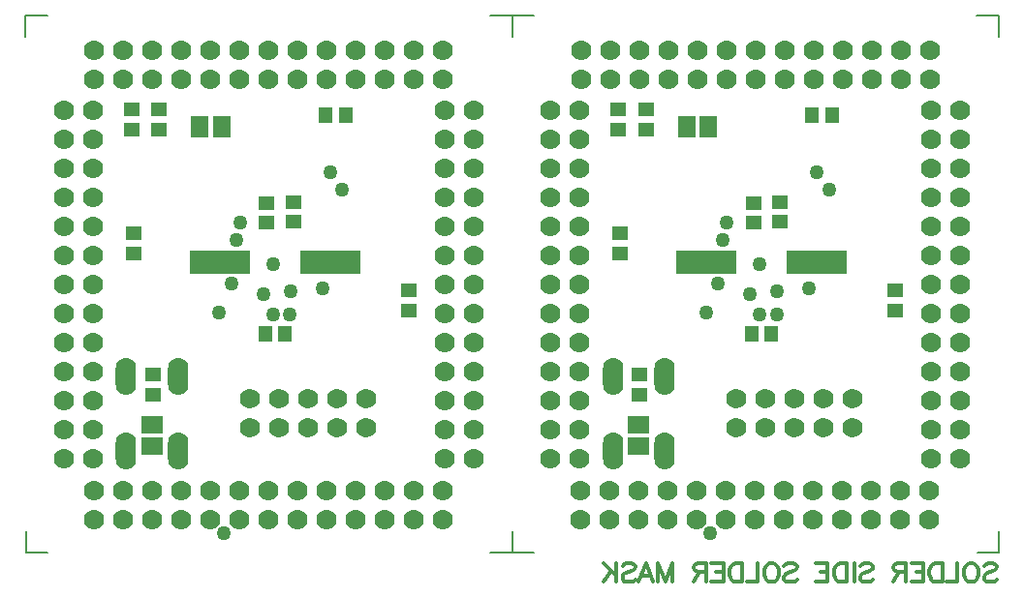
<source format=gbr>
G04 CAM350 V10.0.1 (Build 314) Date:  Fri Nov 30 16:16:42 2012 *
G04 Database: (Untitled) *
G04 Layer 4: SMASK.GBR *
%FSLAX23Y23*%
%MOIN*%
%SFA1.000B1.000*%

%MIA0B0*%
%IPPOS*%
%ADD18C,0.00800*%
%ADD19C,0.01200*%
%ADD45C,0.07000*%
%ADD46C,0.06940*%
%ADD50C,0.05000*%
%ADD52C,0.06310*%
%ADD53R,0.21000X0.08000*%
%ADD54R,0.05250X0.05130*%
%ADD55R,0.07300X0.06120*%
%ADD56R,0.05130X0.05250*%
%ADD57R,0.06120X0.07300*%
%ADD60O,0.07000X0.13000*%
%LNSMASK.GBR*%
%LPD*%
G54D53*
X1048Y1000D03*
X668D03*
G54D54*
X829Y1138D03*
Y1206D03*
X921Y1209D03*
Y1140D03*
X1318Y905D03*
Y836D03*
X459Y1459D03*
Y1527D03*
X363D03*
Y1458D03*
X370Y1100D03*
Y1032D03*
X438Y614D03*
Y545D03*
G54D55*
X435Y368D03*
Y443D03*
G54D56*
X823Y756D03*
X892D03*
X1031Y1507D03*
X1100D03*
G54D45*
X1136Y1631D03*
Y1731D03*
X1236D03*
Y1631D03*
X1336D03*
Y1731D03*
X1436D03*
Y1631D03*
X1440Y1524D03*
Y1424D03*
Y1324D03*
Y1224D03*
Y1124D03*
Y1024D03*
Y924D03*
Y824D03*
Y724D03*
Y624D03*
Y524D03*
Y424D03*
Y324D03*
X1540D03*
Y424D03*
Y524D03*
Y624D03*
Y724D03*
Y824D03*
Y924D03*
Y1024D03*
Y1124D03*
Y1224D03*
Y1324D03*
Y1424D03*
Y1524D03*
X1036Y1631D03*
Y1731D03*
X936D03*
Y1631D03*
X836D03*
X736D03*
Y1731D03*
X836D03*
X636D03*
Y1631D03*
X536D03*
Y1731D03*
X436D03*
Y1631D03*
X336D03*
Y1731D03*
X236D03*
Y1631D03*
X230Y1524D03*
Y1424D03*
Y1324D03*
X130D03*
Y1424D03*
Y1524D03*
Y1224D03*
Y1124D03*
Y1024D03*
Y924D03*
X230D03*
Y1024D03*
Y1124D03*
Y1224D03*
Y824D03*
Y724D03*
Y624D03*
Y524D03*
X130D03*
Y624D03*
Y724D03*
Y824D03*
Y424D03*
Y324D03*
X230D03*
Y424D03*
X234Y214D03*
Y114D03*
X334D03*
Y214D03*
X434D03*
Y114D03*
X534D03*
Y214D03*
X634D03*
Y114D03*
X734D03*
Y214D03*
X834D03*
Y114D03*
X934D03*
Y214D03*
X1034D03*
Y114D03*
X1134D03*
Y214D03*
X1234D03*
Y114D03*
X1334D03*
Y214D03*
X1434D03*
Y114D03*
G54D46*
X1170Y430D03*
Y530D03*
X1070D03*
Y430D03*
X970D03*
Y530D03*
X870D03*
Y430D03*
X770D03*
Y530D03*
G54D57*
X673Y1467D03*
X599D03*
G54D50*
X737Y1137D03*
X723Y1077D03*
X852Y995D03*
X818Y892D03*
X852Y823D03*
X909Y822D03*
X910Y900D03*
X1021Y913D03*
X707Y929D03*
X666Y828D03*
X1089Y1251D03*
X1047Y1313D03*
X682Y67D03*
G54D52*
X336Y1731D03*
G54D60*
X524Y352D03*
X346D03*
X524Y608D03*
X346D03*
G54D53*
X2722Y1000D03*
X2342D03*
G54D54*
X2503Y1138D03*
Y1206D03*
X2595Y1209D03*
Y1140D03*
X2992Y905D03*
Y836D03*
X2133Y1459D03*
Y1527D03*
X2037D03*
Y1458D03*
X2044Y1100D03*
Y1032D03*
X2112Y614D03*
Y545D03*
G54D55*
X2109Y368D03*
Y443D03*
G54D56*
X2497Y756D03*
X2566D03*
X2705Y1507D03*
X2774D03*
G54D45*
X2810Y1631D03*
Y1731D03*
X2910D03*
Y1631D03*
X3010D03*
Y1731D03*
X3110D03*
Y1631D03*
X3114Y1524D03*
Y1424D03*
Y1324D03*
Y1224D03*
Y1124D03*
Y1024D03*
Y924D03*
Y824D03*
Y724D03*
Y624D03*
Y524D03*
Y424D03*
Y324D03*
X3214D03*
Y424D03*
Y524D03*
Y624D03*
Y724D03*
Y824D03*
Y924D03*
Y1024D03*
Y1124D03*
Y1224D03*
Y1324D03*
Y1424D03*
Y1524D03*
X2710Y1631D03*
Y1731D03*
X2610D03*
Y1631D03*
X2510D03*
X2410D03*
Y1731D03*
X2510D03*
X2310D03*
Y1631D03*
X2210D03*
Y1731D03*
X2110D03*
Y1631D03*
X2010D03*
Y1731D03*
X1910D03*
Y1631D03*
X1904Y1524D03*
Y1424D03*
Y1324D03*
X1804D03*
Y1424D03*
Y1524D03*
Y1224D03*
Y1124D03*
Y1024D03*
Y924D03*
X1904D03*
Y1024D03*
Y1124D03*
Y1224D03*
Y824D03*
Y724D03*
Y624D03*
Y524D03*
X1804D03*
Y624D03*
Y724D03*
Y824D03*
Y424D03*
Y324D03*
X1904D03*
Y424D03*
X1908Y214D03*
Y114D03*
X2008D03*
Y214D03*
X2108D03*
Y114D03*
X2208D03*
Y214D03*
X2308D03*
Y114D03*
X2408D03*
Y214D03*
X2508D03*
Y114D03*
X2608D03*
Y214D03*
X2708D03*
Y114D03*
X2808D03*
Y214D03*
X2908D03*
Y114D03*
X3008D03*
Y214D03*
X3108D03*
Y114D03*
G54D46*
X2844Y430D03*
Y530D03*
X2744D03*
Y430D03*
X2644D03*
Y530D03*
X2544D03*
Y430D03*
X2444D03*
Y530D03*
G54D57*
X2347Y1467D03*
X2273D03*
G54D50*
X2411Y1137D03*
X2397Y1077D03*
X2526Y995D03*
X2492Y892D03*
X2526Y823D03*
X2583Y822D03*
X2584Y900D03*
X2695Y913D03*
X2381Y929D03*
X2340Y828D03*
X2763Y1251D03*
X2721Y1313D03*
X2356Y67D03*
G54D52*
X2010Y1731D03*
G54D60*
X2198Y352D03*
X2020D03*
X2198Y608D03*
X2020D03*
G54D18*
X74Y1852D02*
G01X-1D01*
Y1777*
X0Y75D02*
G01Y0D01*
X75*
X1599D02*
G01X1674D01*
Y75*
X1673Y1777D02*
G01Y1852D01*
X1598*
X1748D02*
G01X1673D01*
Y1777*
X1674Y75D02*
G01Y0D01*
X1749*
X3273D02*
G01X3348D01*
Y75*
X3347Y1777D02*
G01Y1852D01*
X3272*
G54D19*
G01X3297Y-44D02*
X3303Y-37D01*
X3313Y-34D01*
X3325D01*
X3334Y-37D01*
X3341Y-44D01*
Y-50D01*
X3338Y-56D01*
X3334Y-59D01*
X3328Y-62D01*
X3309Y-69D01*
X3303Y-72D01*
X3300Y-75D01*
X3297Y-81D01*
Y-91D01*
X3303Y-97D01*
X3313Y-100D01*
X3325D01*
X3334Y-97D01*
X3341Y-91D01*
X3259Y-34D02*
X3266Y-37D01*
X3272Y-44D01*
X3275Y-50D01*
X3278Y-59D01*
Y-75D01*
X3275Y-84D01*
X3272Y-91D01*
X3266Y-97D01*
X3259Y-100D01*
X3247D01*
X3241Y-97D01*
X3234Y-91D01*
X3231Y-84D01*
X3228Y-75D01*
Y-59D01*
X3231Y-50D01*
X3234Y-44D01*
X3241Y-37D01*
X3247Y-34D01*
X3259D01*
X3206D02*
Y-100D01*
Y-100D02*
X3169D01*
X3153Y-34D02*
Y-100D01*
Y-34D02*
X3131D01*
X3122Y-37D01*
X3116Y-44D01*
X3113Y-50D01*
X3109Y-59D01*
Y-75D01*
X3113Y-84D01*
X3116Y-91D01*
X3122Y-97D01*
X3131Y-100D01*
X3153D01*
X3088Y-34D02*
Y-100D01*
Y-34D02*
X3047D01*
X3088Y-66D02*
X3063D01*
X3088Y-100D02*
X3047D01*
X3028Y-34D02*
Y-100D01*
Y-34D02*
X3000D01*
X2991Y-37D01*
X2988Y-41D01*
X2984Y-47D01*
Y-53D01*
X2988Y-59D01*
X2991Y-62D01*
X3000Y-66D01*
X3028D01*
X3006D02*
X2984Y-100D01*
X2872Y-44D02*
X2878Y-37D01*
X2888Y-34D01*
X2900D01*
X2909Y-37D01*
X2916Y-44D01*
Y-50D01*
X2913Y-56D01*
X2909Y-59D01*
X2903Y-62D01*
X2884Y-69D01*
X2878Y-72D01*
X2875Y-75D01*
X2872Y-81D01*
Y-91D01*
X2878Y-97D01*
X2888Y-100D01*
X2900D01*
X2909Y-97D01*
X2916Y-91D01*
X2850Y-34D02*
Y-100D01*
X2825Y-34D02*
Y-100D01*
Y-34D02*
X2803D01*
X2794Y-37D01*
X2788Y-44D01*
X2784Y-50D01*
X2781Y-59D01*
Y-75D01*
X2784Y-84D01*
X2788Y-91D01*
X2794Y-97D01*
X2803Y-100D01*
X2825D01*
X2759Y-34D02*
Y-100D01*
Y-34D02*
X2719D01*
X2759Y-66D02*
X2734D01*
X2759Y-100D02*
X2719D01*
X2609Y-44D02*
X2616Y-37D01*
X2625Y-34D01*
X2638D01*
X2647Y-37D01*
X2653Y-44D01*
Y-50D01*
X2650Y-56D01*
X2647Y-59D01*
X2641Y-62D01*
X2622Y-69D01*
X2616Y-72D01*
X2613Y-75D01*
X2609Y-81D01*
Y-91D01*
X2616Y-97D01*
X2625Y-100D01*
X2638D01*
X2647Y-97D01*
X2653Y-91D01*
X2572Y-34D02*
X2578Y-37D01*
X2584Y-44D01*
X2588Y-50D01*
X2591Y-59D01*
Y-75D01*
X2588Y-84D01*
X2584Y-91D01*
X2578Y-97D01*
X2572Y-100D01*
X2559D01*
X2553Y-97D01*
X2547Y-91D01*
X2544Y-84D01*
X2541Y-75D01*
Y-59D01*
X2544Y-50D01*
X2547Y-44D01*
X2553Y-37D01*
X2559Y-34D01*
X2572D01*
X2519D02*
Y-100D01*
Y-100D02*
X2481D01*
X2466Y-34D02*
Y-100D01*
Y-34D02*
X2444D01*
X2434Y-37D01*
X2428Y-44D01*
X2425Y-50D01*
X2422Y-59D01*
Y-75D01*
X2425Y-84D01*
X2428Y-91D01*
X2434Y-97D01*
X2444Y-100D01*
X2466D01*
X2400Y-34D02*
Y-100D01*
Y-34D02*
X2359D01*
X2400Y-66D02*
X2375D01*
X2400Y-100D02*
X2359D01*
X2341Y-34D02*
Y-100D01*
Y-34D02*
X2313D01*
X2303Y-37D01*
X2300Y-41D01*
X2297Y-47D01*
Y-53D01*
X2300Y-59D01*
X2303Y-62D01*
X2313Y-66D01*
X2341D01*
X2319D02*
X2297Y-100D01*
X2225Y-34D02*
Y-100D01*
Y-34D02*
X2200Y-100D01*
X2175Y-34D02*
X2200Y-100D01*
X2175Y-34D02*
Y-100D01*
X2134Y-34D02*
X2159Y-100D01*
X2134Y-34D02*
X2109Y-100D01*
X2150Y-78D02*
X2119D01*
X2053Y-44D02*
X2059Y-37D01*
X2069Y-34D01*
X2081D01*
X2091Y-37D01*
X2097Y-44D01*
Y-50D01*
X2094Y-56D01*
X2091Y-59D01*
X2084Y-62D01*
X2066Y-69D01*
X2059Y-72D01*
X2056Y-75D01*
X2053Y-81D01*
Y-91D01*
X2059Y-97D01*
X2069Y-100D01*
X2081D01*
X2091Y-97D01*
X2097Y-91D01*
X2031Y-34D02*
Y-100D01*
X1988Y-34D02*
X2031Y-78D01*
X2016Y-62D02*
X1988Y-100D01*
M02*

</source>
